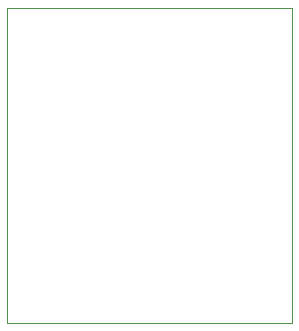
<source format=gbr>
%TF.GenerationSoftware,Altium Limited,Altium Designer,20.1.8 (145)*%
G04 Layer_Color=0*
%FSLAX45Y45*%
%MOMM*%
%TF.SameCoordinates,58819124-5082-48BE-93C4-8F50621AB512*%
%TF.FilePolarity,Positive*%
%TF.FileFunction,Profile,NP*%
%TF.Part,Single*%
G01*
G75*
%TA.AperFunction,Profile*%
%ADD25C,0.02540*%
D25*
X8953500Y5397500D02*
Y8064500D01*
X11366500D01*
Y5397500D01*
X8953500D01*
%TF.MD5,fe5aa24367d8682f3b14c0947b784e9a*%
M02*

</source>
